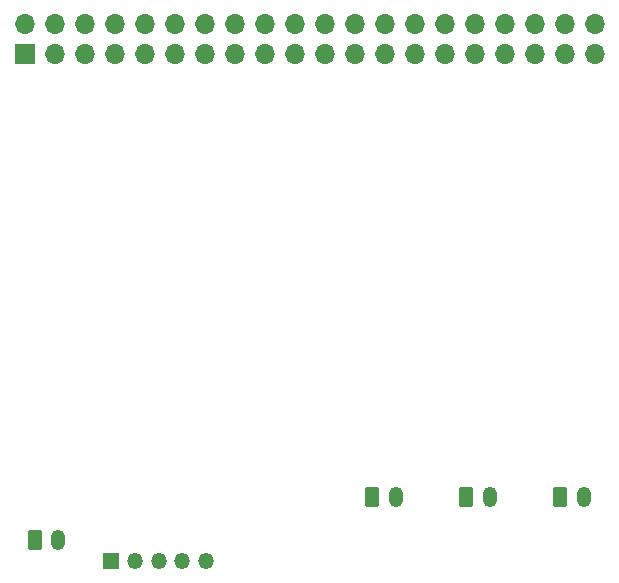
<source format=gbs>
G04 #@! TF.GenerationSoftware,KiCad,Pcbnew,8.0.2*
G04 #@! TF.CreationDate,2024-06-04T14:38:46-06:00*
G04 #@! TF.ProjectId,PCB_Project,5043425f-5072-46f6-9a65-63742e6b6963,rev?*
G04 #@! TF.SameCoordinates,Original*
G04 #@! TF.FileFunction,Soldermask,Bot*
G04 #@! TF.FilePolarity,Negative*
%FSLAX46Y46*%
G04 Gerber Fmt 4.6, Leading zero omitted, Abs format (unit mm)*
G04 Created by KiCad (PCBNEW 8.0.2) date 2024-06-04 14:38:46*
%MOMM*%
%LPD*%
G01*
G04 APERTURE LIST*
G04 Aperture macros list*
%AMRoundRect*
0 Rectangle with rounded corners*
0 $1 Rounding radius*
0 $2 $3 $4 $5 $6 $7 $8 $9 X,Y pos of 4 corners*
0 Add a 4 corners polygon primitive as box body*
4,1,4,$2,$3,$4,$5,$6,$7,$8,$9,$2,$3,0*
0 Add four circle primitives for the rounded corners*
1,1,$1+$1,$2,$3*
1,1,$1+$1,$4,$5*
1,1,$1+$1,$6,$7*
1,1,$1+$1,$8,$9*
0 Add four rect primitives between the rounded corners*
20,1,$1+$1,$2,$3,$4,$5,0*
20,1,$1+$1,$4,$5,$6,$7,0*
20,1,$1+$1,$6,$7,$8,$9,0*
20,1,$1+$1,$8,$9,$2,$3,0*%
G04 Aperture macros list end*
%ADD10R,1.350000X1.350000*%
%ADD11O,1.350000X1.350000*%
%ADD12RoundRect,0.250000X-0.350000X-0.625000X0.350000X-0.625000X0.350000X0.625000X-0.350000X0.625000X0*%
%ADD13O,1.200000X1.750000*%
%ADD14R,1.700000X1.700000*%
%ADD15O,1.700000X1.700000*%
G04 APERTURE END LIST*
D10*
X103250000Y-115500000D03*
D11*
X105250000Y-115500000D03*
X107250000Y-115500000D03*
X109250000Y-115500000D03*
X111250000Y-115500000D03*
D12*
X141250000Y-110050000D03*
D13*
X143250000Y-110050000D03*
D12*
X133300000Y-110050000D03*
D13*
X135300000Y-110050000D03*
D12*
X96750000Y-113700000D03*
D13*
X98750000Y-113700000D03*
D12*
X125350000Y-110050000D03*
D13*
X127350000Y-110050000D03*
D14*
X95920000Y-72540000D03*
D15*
X95920000Y-70000000D03*
X98460000Y-72540000D03*
X98460000Y-70000000D03*
X101000000Y-72540000D03*
X101000000Y-70000000D03*
X103540000Y-72540000D03*
X103540000Y-70000000D03*
X106080000Y-72540000D03*
X106080000Y-70000000D03*
X108620000Y-72540000D03*
X108620000Y-70000000D03*
X111160000Y-72540000D03*
X111160000Y-70000000D03*
X113700000Y-72540000D03*
X113700000Y-70000000D03*
X116240000Y-72540000D03*
X116240000Y-70000000D03*
X118780000Y-72540000D03*
X118780000Y-70000000D03*
X121320000Y-72540000D03*
X121320000Y-70000000D03*
X123860000Y-72540000D03*
X123860000Y-70000000D03*
X126400000Y-72540000D03*
X126400000Y-70000000D03*
X128940000Y-72540000D03*
X128940000Y-70000000D03*
X131480000Y-72540000D03*
X131480000Y-70000000D03*
X134020000Y-72540000D03*
X134020000Y-70000000D03*
X136560000Y-72540000D03*
X136560000Y-70000000D03*
X139100000Y-72540000D03*
X139100000Y-70000000D03*
X141640000Y-72540000D03*
X141640000Y-70000000D03*
X144180000Y-72540000D03*
X144180000Y-70000000D03*
M02*

</source>
